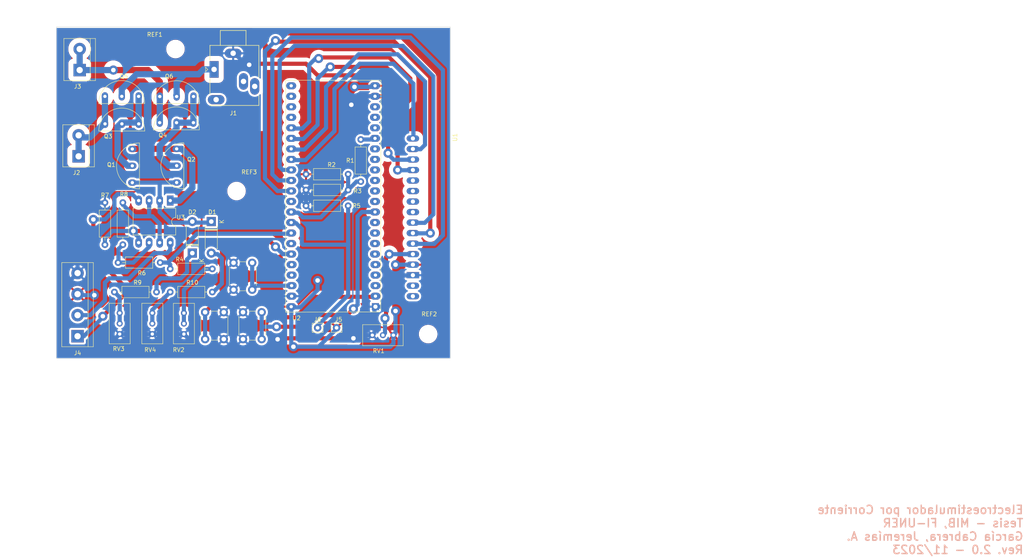
<source format=kicad_pcb>
(kicad_pcb (version 20240108) (generator "pcbnew") (generator_version "8.0")
  (title_block (title "Electroestimulador_p_corriente") (date "20/10/2022") (rev "1") (company "FaCENA-UNNE") (comment 1 "Dispositivo para relevamiento de umbrales de sensibilidad tactil.") (comment 2 "Tesis MIB: García Cabrera, Jeremías A."))
  (layers (0 "F.Cu" signal) (31 "B.Cu" signal) (34 "B.Paste" user) (35 "F.Paste" user) (36 "B.SilkS" user "B.Silkscreen") (37 "F.SilkS" user "F.Silkscreen") (38 "B.Mask" user) (39 "F.Mask" user) (44 "Edge.Cuts" user))
  (net 0 "")
  (net 1 "Net-(D1-K)")
  (net 2 "Net-(D1-A)")
  (net 3 "Net-(D2-K)")
  (net 4 "/Control_y_salida/Iout")
  (net 5 "GND")
  (net 6 "+5V")
  (net 7 "-12V")
  (net 8 "+12V")
  (net 9 "VEE")
  (net 10 "VCC")
  (net 11 "Net-(Q1-C)")
  (net 12 "Net-(Q1-B)")
  (net 13 "/Control_y_salida/IDAC_Neg")
  (net 14 "Net-(R4-Pad1)")
  (net 15 "/Control_y_salida/IDAC_Pos")
  (net 16 "Net-(Q2-C)")
  (net 17 "/Control_y_salida/Vo(Comp)")
  (net 18 "Net-(R9-Pad1)")
  (net 19 "Net-(U3B--)")
  (net 20 "/Control_y_salida/But_Dec")
  (net 21 "/Control_y_salida/But_Inc")
  (net 22 "/Control_y_salida/LCD_RS")
  (net 23 "/Control_y_salida/LCD_R{slash}W")
  (net 24 "/Control_y_salida/LCD_E")
  (net 25 "Net-(U3A-+)")
  (net 26 "Net-(U1-VO)")
  (net 29 "/Control_y_salida/LCD_D4")
  (net 30 "/Control_y_salida/LCD_D5")
  (net 31 "/Control_y_salida/LCD_D6")
  (net 32 "/Control_y_salida/LCD_D7")
  (net 42 "/Control_y_salida/Vi_Inv")
  (net 49 "/Control_y_salida/Vi_NoInv")
  (net 56 "/Control_y_salida/But_Acept")
  (net 62 "Net-(R10-Pad1)")
  (footprint "Resistor_THT:R_Axial_DIN0207_L6.3mm_D2.5mm_P10.16mm_Horizontal" (layer "F.Cu") (at 113.03 68.326 180)
    (property "Reference" "R2")
    (property "Value" "10k")
  )
  (footprint "Potentiometer_THT:Potentiometer_Bourns_3296W_Vertical" (layer "F.Cu") (at 123.952 107.188)
    (property "Reference" "RV1")
    (property "Value" "5k")
  )
  (footprint "MountingHole:MountingHole_3.7mm" (layer "F.Cu") (at 71.374 38.1)
    (property "Reference" "REF1")
    (property "Value" "MountingHole_3.7mm" (hide yes))
  )
  (footprint "Button_Switch_THT:SW_PUSH_6mm_H7.3mm" (layer "F.Cu") (at 83.022 101.652 -90)
    (property "Reference" "SW2" (hide yes))
    (property "Value" "Inc")
  )
  (footprint "MountingHole:MountingHole_3.7mm" (layer "F.Cu") (at 86.106 72.39)
    (property "Reference" "REF3")
    (property "Value" "MountingHole_3.7mm" (hide yes))
  )
  (footprint "Resistor_THT:R_Axial_DIN0207_L6.3mm_D2.5mm_P10.16mm_Horizontal" (layer "F.Cu") (at 70.104 96.774)
    (property "Reference" "R10")
    (property "Value" "2k")
  )
  (footprint "Diode_THT:D_DO-41_SOD81_P7.62mm_Horizontal" (layer "F.Cu") (at 80.01 79.756 -90)
    (property "Reference" "D1")
    (property "Value" "1N4148")
  )
  (footprint "Proyecto_MIB:BF42X" (layer "F.Cu") (at 71.628 58.42)
    (property "Reference" "Q4")
    (property "Value" "BF420")
  )
  (footprint "Resistor_THT:R_Axial_DIN0207_L6.3mm_D2.5mm_P10.16mm_Horizontal" (layer "F.Cu") (at 116.078 70.104 90)
    (property "Reference" "R1")
    (property "Value" "20k")
  )
  (footprint "Button_Switch_THT:SW_PUSH_6mm_H7.3mm" (layer "F.Cu") (at 85.38 96.214 90)
    (property "Reference" "SW3" (hide yes))
    (property "Value" "Acept")
  )
  (footprint "TerminalBlock:TerminalBlock_bornier-2_P5.08mm" (layer "F.Cu") (at 48.26 43.18 90)
    (property "Reference" "J3")
    (property "Value" "Screw_Terminal_01x02" (hide yes))
  )
  (footprint "Connector_Pin:Pin_D0.9mm_L10.0mm_W2.4mm_FlatFork" (layer "F.Cu") (at 110.236 105.41)
    (property "Reference" "J5")
    (property "Value" "FSR_b")
  )
  (footprint "Proyecto_MIB:LCD_pinsonly" (layer "F.Cu") (at 132.334 78.994 90)
    (property "Reference" "U1")
    (property "Value" "LCD-016N002L")
  )
  (footprint "Resistor_THT:R_Axial_DIN0207_L6.3mm_D2.5mm_P10.16mm_Horizontal" (layer "F.Cu") (at 58.674 85.344 90)
    (property "Reference" "R8")
    (property "Value" "47k")
  )
  (footprint "MountingHole:MountingHole_3.7mm" (layer "F.Cu") (at 132.334 106.934)
    (property "Reference" "REF2")
    (property "Value" "MountingHole_3.7mm" (hide yes))
  )
  (footprint "Potentiometer_THT:Potentiometer_Bourns_3296W_Vertical" (layer "F.Cu") (at 57.912 101.844 90)
    (property "Reference" "RV3")
    (property "Value" "50k")
  )
  (footprint "TerminalBlock:TerminalBlock_bornier-2_P5.08mm" (layer "F.Cu") (at 48.006 64.008 90)
    (property "Reference" "J2")
    (property "Value" "Screw_Terminal_01x02" (hide yes))
  )
  (footprint "Resistor_THT:R_Axial_DIN0207_L6.3mm_D2.5mm_P10.16mm_Horizontal" (layer "F.Cu") (at 80.264 91.186 180)
    (property "Reference" "R4")
    (property "Value" "10k")
  )
  (footprint "Resistor_THT:R_Axial_DIN0207_L6.3mm_D2.5mm_P10.16mm_Horizontal" (layer "F.Cu") (at 102.87 72.136)
    (property "Reference" "R3")
    (property "Value" "10k")
  )
  (footprint "Button_Switch_THT:SW_PUSH_6mm_H7.3mm" (layer "F.Cu") (at 87.666 108.152 90)
    (property "Reference" "SW1" (hide yes))
    (property "Value" "Decr")
  )
  (footprint "Proyecto_MIB:BF42X" (layer "F.Cu") (at 58.42 52.07)
    (property "Reference" "Q5")
    (property "Value" "BF421")
  )
  (footprint "Proyecto_MIB:BF42X" (layer "F.Cu") (at 63.5 66.294 90)
    (property "Reference" "Q1")
    (property "Value" "BF420")
  )
  (footprint "Resistor_THT:R_Axial_DIN0207_L6.3mm_D2.5mm_P10.16mm_Horizontal" (layer "F.Cu") (at 67.684 89.662 180)
    (property "Reference" "R6")
    (property "Value" "20k")
  )
  (footprint "Proyecto_MIB:BF42X" (layer "F.Cu") (at 71.6534 52.102029)
    (property "Reference" "Q6")
    (property "Value" "BF420")
  )
  (footprint "Resistor_THT:R_Axial_DIN0207_L6.3mm_D2.5mm_P10.16mm_Horizontal" (layer "F.Cu") (at 102.87 75.946)
    (property "Reference" "R5")
    (property "Value" "10k")
  )
  (footprint "Diode_THT:D_DO-41_SOD81_P7.62mm_Horizontal" (layer "F.Cu") (at 75.438 87.376 90)
    (property "Reference" "D2")
    (property "Value" "1N4148")
  )
  (footprint "Proyecto_MIB:BF42X" (layer "F.Cu") (at 58.4454 58.706029)
    (property "Reference" "Q3")
    (property "Value" "BF421")
  )
  (footprint "Proyecto_MIB:PinSocket_2x22_P2.54mm_Vertical_3" (layer "F.Cu") (at 117.074 100.31 180)
    (property "Reference" "U2")
    (property "Value" "PSoC4_kit049_(CY8C4245AXI-483)")
  )
  (footprint "TerminalBlock:TerminalBlock_bornier-4_P5.08mm" (layer "F.Cu") (at 47.752 107.442 90)
    (property "Reference" "J4")
    (property "Value" "Screw_Terminal_01x04")
  )
  (footprint "Potentiometer_THT:Potentiometer_Bourns_3296W_Vertical" (layer "F.Cu") (at 73.406 101.854 90)
    (property "Reference" "RV2")
    (property "Value" "2k")
  )
  (footprint "Potentiometer_THT:Potentiometer_Bourns_3296W_Vertical" (layer "F.Cu") (at 65.786 101.844 90)
    (property "Reference" "RV4")
    (property "Value" "10k")
  )
  (footprint "Package_DIP:DIP-8_W10.16mm_LongPads" (layer "F.Cu") (at 70.104 74.691 -90)
    (property "Reference" "U3")
    (property "Value" "TL082")
  )
  (footprint "Proyecto_MIB:BF42X" (layer "F.Cu") (at 74.200029 66.2686 90)
    (property "Reference" "Q2")
    (property "Value" "BF421")
  )
  (footprint "Connector_Audio:Jack_3.5mm_Ledino_KB3SPRS_Horizontal" (layer "F.Cu") (at 80.6865 43.022 -90)
    (property "Reference" "J1")
    (property "Value" "AudioJack2")
  )
  (footprint "Resistor_THT:R_Axial_DIN0207_L6.3mm_D2.5mm_P10.16mm_Horizontal" (layer "F.Cu") (at 56.642 96.774)
    (property "Reference" "R9")
    (property "Value" "10k")
  )
  (footprint "Connector_Pin:Pin_D0.9mm_L10.0mm_W2.4mm_FlatFork" (layer "F.Cu") (at 105.664 105.41)
    (property "Reference" "J6")
    (property "Value" "FSR_a")
  )
  (footprint "Resistor_THT:R_Axial_DIN0207_L6.3mm_D2.5mm_P10.16mm_Horizontal" (layer "F.Cu") (at 54.356 85.344 90)
    (property "Reference" "R7")
    (property "Value" "6k8" (hide yes))
  )
  (gr_rect (start 42.668 32.766) (end 137.668 112.766) (stroke (width 0.1)) (fill none) (layer "Edge.Cuts"))
  (gr_text "Electroestimulador por Corriente\nTesis - MIB, FI-UNER\nGarcía Cabrera, Jeremías A.\nRev. 2.0 - 11/2023" (at 276.098 154.178 0) (layer "B.SilkS") (effects (font (size 2 2) (thickness 0.35)) (justify left mirror)))
  (segment (start 67.564 77.47) (end 70.104 80.01) (width 1) (layer "B.Cu") (net 1))
  (segment (start 67.564 74.691) (end 67.564 70.612) (width 1) (layer "B.Cu") (net 1))
  (segment (start 67.564 70.612) (end 67.818 70.358) (width 1) (layer "B.Cu") (net 1))
  (segment (start 67.564 70.612) (end 67.8434 70.3326) (width 1) (layer "B.Cu") (net 1))
  (segment (start 67.564 74.691) (end 67.564 77.47) (width 1) (layer "B.Cu") (net 1))
  (segment (start 67.818 70.358) (end 60.96 70.358) (width 1) (layer "B.Cu") (net 1))
  (segment (start 80.01 80.01) (end 75.438 80.01) (width 1) (layer "B.Cu") (net 1))
  (segment (start 70.104 80.01) (end 75.438 80.01) (width 1) (layer "B.Cu") (net 1))
  (segment (start 67.8434 70.3326) (end 71.660029 70.3326) (width 1) (layer "B.Cu") (net 1))
  (segment (start 80.518 96.774) (end 80.264 96.774) (width 1) (layer "B.Cu") (net 2))
  (segment (start 81.534 87.63) (end 82.55 88.646) (width 1) (layer "B.Cu") (net 2))
  (segment (start 82.55 88.646) (end 82.55 94.742) (width 1) (layer "B.Cu") (net 2))
  (segment (start 82.55 94.742) (end 80.518 96.774) (width 1) (layer "B.Cu") (net 2))
  (segment (start 80.01 87.63) (end 81.534 87.63) (width 1) (layer "B.Cu") (net 2))
  (segment (start 66.802 94.488) (end 67.818 93.472) (width 1) (layer "B.Cu") (net 3))
  (segment (start 67.818 93.472) (end 72.644 93.472) (width 1) (layer "B.Cu") (net 3))
  (segment (start 72.644 93.472) (end 74.168 91.948) (width 1) (layer "B.Cu") (net 3))
  (segment (start 66.802 96.774) (end 66.802 94.488) (width 1) (layer "B.Cu") (net 3))
  (segment (start 74.168 91.948) (end 74.168 88.9) (width 1) (layer "B.Cu") (net 3))
  (segment (start 74.168 88.9) (end 75.438 87.63) (width 1) (layer "B.Cu") (net 3))
  (segment (start 76.962 44.1865) (end 78.136 43.0125) (width 1.5) (layer "B.Cu") (net 4))
  (segment (start 71.6026 49.3146) (end 71.564 49.276) (width 1.5) (layer "B.Cu") (net 4))
  (segment (start 61.9855 44.1865) (end 64.008 44.1865) (width 1.5) (layer "B.Cu") (net 4))
  (segment (start 71.6534 46.2026) (end 73.6695 44.1865) (width 1.5) (layer "B.Cu") (net 4))
  (segment (start 58.42 47.752) (end 61.9855 44.1865) (width 1.5) (layer "B.Cu") (net 4))
  (segment (start 64.008 44.1865) (end 76.962 44.1865) (width 1.5) (layer "B.Cu") (net 4))
  (segment (start 58.42 49.53) (end 58.42 47.752) (width 1.5) (layer "B.Cu") (net 4))
  (segment (start 78.136 43.0125) (end 80.1785 43.0125) (width 1.5) (layer "B.Cu") (net 4))
  (segment (start 71.6534 49.562029) (end 71.6534 46.2026) (width 1.5) (layer "B.Cu") (net 4))
  (segment (start 73.6695 44.1865) (end 76.962 44.1865) (width 1.5) (layer "B.Cu") (net 4))
  (segment (start 102.87 41.656) (end 105.664 44.45) (width 1) (layer "F.Cu") (net 5))
  (segment (start 115.844 49.51) (end 113.792 51.562) (width 1) (layer "F.Cu") (net 5))
  (segment (start 114.554 107.95) (end 96.2445 107.95) (width 1) (layer "F.Cu") (net 5))
  (segment (start 105.664 44.45) (end 121.285 44.45) (width 1) (layer "F.Cu") (net 5))
  (segment (start 123.698 48.768) (end 122.956 49.51) (width 1) (layer "F.Cu") (net 5))
  (segment (start 89.408 41.656) (end 102.87 41.656) (width 1) (layer "F.Cu") (net 5))
  (segment (start 122.956 49.51) (end 115.844 49.51) (width 1) (layer "F.Cu") (net 5))
  (segment (start 96.2445 107.95) (end 96.012 108.1825) (width 1) (layer "F.Cu") (net 5))
  (segment (start 89.154 41.91) (end 89.408 41.656) (width 1) (layer "F.Cu") (net 5))
  (segment (start 121.285 44.45) (end 123.698 46.863) (width 1) (layer "F.Cu") (net 5))
  (segment (start 123.698 46.863) (end 123.698 48.768) (width 1) (layer "F.Cu") (net 5))
  (via (at 113.792 51.562) (size 2.2) (drill 1.1) (layers "F.Cu" "B.Cu") (net 5))
  (via (at 96.012 108.1825) (size 2.2) (drill 1.1) (layers "F.Cu" "B.Cu") (net 5))
  (via (at 89.154 41.91) (size 2.2) (drill 1.1) (layers "F.Cu" "B.Cu") (net 5))
  (via (at 114.3 107.95) (size 2.2) (drill 1.1) (layers "F.Cu" "B.Cu") (net 5))
  (segment (start 124.968 93.472) (end 125.6726 92.7674) (width 1) (layer "B.Cu") (net 5))
  (segment (start 51.816 75.184) (end 47.752 79.248) (width 1) (layer "B.Cu") (net 5))
  (segment (start 121.178 100.31) (end 124.968 96.52) (width 1) (layer "B.Cu") (net 5))
  (segment (start 96.012 108.1825) (end 93.628975 110.565525) (width 1) (layer "B.Cu") (net 5))
  (segment (start 102.87 75.946) (end 102.87 72.136) (width 1) (layer "B.Cu") (net 5))
  (segment (start 65.786 106.924) (end 57.912 106.924) (width 1) (layer "B.Cu") (net 5))
  (segment (start 88.414 41.91) (end 85.626 39.122) (width 1) (layer "B.Cu") (net 5))
  (segment (start 119.614 49.51) (end 115.844 49.51) (width 1) (layer "B.Cu") (net 5))
  (segment (start 53.584 111.252) (end 57.912 106.924) (width 1) (layer "B.Cu") (net 5))
  (segment (start 119.38 100.544) (end 119.614 100.31) (width 1) (layer "B.Cu") (net 5))
  (segment (start 118.872 107.188) (end 119.38 106.68) (width 1) (layer "B.Cu") (net 5))
  (segment (start 111.252 59.69) (end 104.902 66.04) (width 1) (layer "B.Cu") (net 5))
  (segment (start 65.796 106.934) (end 65.786 106.924) (width 1) (layer "B.Cu") (net 5))
  (segment (start 125.6726 92.7674) (end 128.6444 92.7674) (width 1) (layer "B.Cu") (net 5))
  (segment (start 73.406 106.934) (end 65.796 106.934) (width 1) (layer "B.Cu") (net 5))
  (segment (start 119.614 100.31) (end 121.178 100.31) (width 1) (layer "B.Cu") (net 5))
  (segment (start 77.037525 110.565525) (end 73.406 106.934) (width 1) (layer "B.Cu") (net 5))
  (segment (start 115.316 107.188) (end 118.872 107.188) (width 1) (layer "B.Cu") (net 5))
  (segment (start 89.154 41.91) (end 88.414 41.91) (width 1) (layer "B.Cu") (net 5))
  (segment (start 119.38 106.68) (end 119.38 100.544) (width 1) (layer "B.Cu") (net 5))
  (segment (start 113.538 51.816) (end 113.538 57.396738) (width 1) (layer "B.Cu") (net 5))
  (segment (start 115.844 49.51) (end 113.538 51.816) (width 1) (layer "B.Cu") (net 5))
  (segment (start 44.704 95.25) (end 44.704 109.474) (width 1) (layer "B.Cu") (net 5))
  (segment (start 46.482 111.252) (end 53.584 111.252) (width 1) (layer "B.Cu") (net 5))
  (segment (start 111.252 59.682738) (end 111.252 59.69) (width 1) (layer "B.Cu") (net 5))
  (segment (start 93.628975 110.565525) (end 77.037525 110.565525) (width 1) (layer "B.Cu") (net 5))
  (segment (start 124.968 96.52) (end 124.968 93.472) (width 1) (layer "B.Cu") (net 5))
  (segment (start 114.554 107.95) (end 115.316 107.188) (width 1) (layer "B.Cu") (net 5))
  (segment (start 54.356 75.184) (end 51.816 75.184) (width 1) (layer "B.Cu") (net 5))
  (segment (start 47.752 79.248) (end 47.752 92.202) (width 1) (layer "B.Cu") (net 5))
  (segment (start 47.752 92.202) (end 44.704 95.25) (width 1) (layer "B.Cu") (net 5))
  (segment (start 104.902 70.358) (end 103.124 72.136) (width 1) (layer "B.Cu") (net 5))
  (segment (start 103.124 72.136) (end 102.87 72.136) (width 1) (layer "B.Cu") (net 5))
  (segment (start 44.704 109.474) (end 46.482 111.252) (width 1) (layer "B.Cu") (net 5))
  (segment (start 104.902 66.04) (end 104.902 70.358) (width 1) (layer "B.Cu") (net 5))
  (segment (start 113.538 57.396738) (end 111.252 59.682738) (width 1) (layer "B.Cu") (net 5))
  (segment (start 56.388 110.49) (end 99.314 110.49) (width 1) (layer "F.Cu") (net 6))
  (segment (start 102.798 68.254) (end 102.798 66.112) (width 1) (layer "F.Cu") (net 6))
  (segment (start 102.798 66.112) (end 104.72 66.112) (width 1) (layer "F.Cu") (net 6))
  (segment (start 106.68 47.244) (end 114.3 47.244) (width 1) (layer "F.Cu") (net 6))
  (segment (start 51.562 105.664) (end 56.388 110.49) (width 1) (layer "F.Cu") (net 6))
  (segment (start 51.562 97.7685) (end 51.562 105.664) (width 1) (layer "F.Cu") (net 6))
  (segment (start 102.798 66.112) (end 102.798 51.126) (width 1) (layer "F.Cu") (net 6))
  (segment (start 102.798 51.126) (end 106.68 47.244) (width 1) (layer "F.Cu") (net 6))
  (segment (start 51.7945 97.536) (end 51.562 97.7685) (width 1) (layer "F.Cu") (net 6))
  (segment (start 105.664 67.056) (end 105.664 93.98) (width 1) (layer "F.Cu") (net 6))
  (segment (start 104.72 66.112) (end 105.664 67.056) (width 1) (layer "F.Cu") (net 6))
  (segment (start 124.46 101.346) (end 124.46 90.17) (width 1) (layer "F.Cu") (net 6))
  (segment (start 102.87 68.326) (end 102.798 68.254) (width 1) (layer "F.Cu") (net 6))
  (segment (start 99.314 110.49) (end 99.822 109.982) (width 1) (layer "F.Cu") (net 6))
  (via (at 114.554 47.244) (size 2.2) (drill 1.1) (layers "F.Cu" "B.Cu") (net 6))
  (via (at 105.664 93.98) (size 2.2) (drill 1.1) (layers "F.Cu" "B.Cu") (net 6))
  (via (at 124.46 101.346) (size 2.2) (drill 1.1) (layers "F.Cu" "B.Cu") (net 6))
  (via (at 99.822 109.982) (size 2.2) (drill 1.1) (layers "F.Cu" "B.Cu") (net 6))
  (via (at 124.46 90.17) (size 2.2) (drill 1.1) (layers "F.Cu" "B.Cu") (net 6))
  (via (at 51.7945 97.536) (size 2.2) (drill 1.1) (layers "F.Cu" "B.Cu") (net 6))
  (segment (start 124.46 90.17) (end 127.254 90.17) (width 1) (layer "B.Cu") (net 6))
  (segment (start 99.314 100.474) (end 99.314 109.728) (width 1) (layer "B.Cu") (net 6))
  (segment (start 105.664 93.98) (end 105.664 96.266) (width 1) (layer "B.Cu") (net 6))
  (segment (start 105.918 109.982) (end 123.19 109.982) (width 1) (layer "B.Cu") (net 6))
  (segment (start 99.568 109.982) (end 105.918 109.982) (width 1) (layer "B.Cu") (net 6))
  (segment (start 119.34 47.244) (end 119.614 46.97) (width 1) (layer "B.Cu") (net 6))
  (segment (start 123.952 107.188) (end 124.46 106.68) (width 1) (layer "B.Cu") (net 6))
  (segment (start 124.46 106.68) (end 124.46 101.346) (width 1) (layer "B.Cu") (net 6))
  (segment (start 123.19 109.982) (end 123.952 109.22) (width 1) (layer "B.Cu") (net 6))
  (segment (start 127.3114 90.2274) (end 128.6444 90.2274) (width 1) (layer "B.Cu") (net 6))
  (segment (start 48.006 97.536) (end 47.752 97.282) (width 1) (layer "B.Cu") (net 6))
  (segment (start 110.236 105.664) (end 110.236 105.41) (width 1) (layer "B.Cu") (net 6))
  (segment (start 123.952 109.22) (end 123.952 107.188) (width 1) (layer "B.Cu") (net 6))
  (segment (start 127.254 90.17) (end 127.3114 90.2274) (width 1) (layer "B.Cu") (net 6))
  (segment (start 105.918 109.982) (end 110.236 105.664) (width 1) (layer "B.Cu") (net 6))
  (segment (start 101.49 100.44) (end 101.49 100.474) (width 1) (layer "B.Cu") (net 6))
  (segment (start 99.314 109.728) (end 99.568 109.982) (width 1) (layer "B.Cu") (net 6))
  (segment (start 101.49 100.474) (end 99.314 100.474) (width 1) (layer "B.Cu") (net 6))
  (segment (start 51.7945 97.536) (end 48.006 97.536) (width 1) (layer "B.Cu") (net 6))
  (segment (start 105.664 96.266) (end 101.49 100.44) (width 1) (layer "B.Cu") (net 6))
  (segment (start 114.3 47.244) (end 119.34 47.244) (width 1) (layer "B.Cu") (net 6))
  (segment (start 59.182 95.504) (end 51.562 87.884) (width 1) (layer "F.Cu") (net 7))
  (segment (start 53.848 102.616) (end 59.182 97.282) (width 1) (layer "F.Cu") (net 7))
  (segment (start 59.182 97.282) (end 59.182 95.504) (width 1) (layer "F.Cu") (net 7))
  (segment (start 51.562 87.884) (end 51.562 79.248) (width 1) (layer "F.Cu") (net 7))
  (via (at 51.562 79.248) (size 2.2) (drill 1.1) (layers "F.Cu" "B.Cu") (net 7))
  (via (at 53.848 102.616) (size 2.2) (drill 1.1) (layers "F.Cu" "B.Cu") (net 7))
  (segment (start 56.642 76.962) (end 56.642 73.914) (width 1) (layer "B.Cu") (net 7))
  (segment (start 53.848 102.616) (end 53.848 102.87) (width 1) (layer "B.Cu") (net 7))
  (segment (start 60.945 73.152) (end 62.484 74.691) (width 1) (layer "B.Cu") (net 7))
  (segment (start 49.276 107.442) (end 47.752 107.442) (width 1) (layer "B.Cu") (net 7))
  (segment (start 53.848 102.87) (end 49.276 107.442) (width 1) (layer "B.Cu") (net 7))
  (segment (start 57.404 73.152) (end 60.945 73.152) (width 1) (layer "B.Cu") (net 7))
  (segment (start 51.562 79.248) (end 54.356 79.248) (width 1) (layer "B.Cu") (net 7))
  (segment (start 56.642 73.914) (end 57.404 73.152) (width 1) (layer "B.Cu") (net 7))
  (segment (start 54.356 79.248) (end 56.642 76.962) (width 1) (layer "B.Cu") (net 7))
  (segment (start 50.8 102.362) (end 47.752 102.362) (width 1) (layer "B.Cu") (net 8))
  (segment (start 70.104 84.851) (end 70.104 86.614) (width 1) (layer "B.Cu") (net 8))
  (segment (start 54.356 98.806) (end 50.8 102.362) (width 1) (layer "B.Cu") (net 8))
  (segment (start 54.356 94.488) (end 54.356 98.806) (width 1) (layer "B.Cu") (net 8))
  (segment (start 69.342 87.376) (end 66.294 87.376) (width 1) (layer "B.Cu") (net 8))
  (segment (start 55.372 93.472) (end 54.356 94.488) (width 1) (layer "B.Cu") (net 8))
  (segment (start 70.104 86.614) (end 69.342 87.376) (width 1) (layer "B.Cu") (net 8))
  (segment (start 60.198 93.472) (end 55.372 93.472) (width 1) (layer "B.Cu") (net 8))
  (segment (start 66.294 87.376) (end 60.198 93.472) (width 1) (layer "B.Cu") (net 8))
  (segment (start 67.564 45.974) (end 67.564 49.53) (width 1.5) (layer "F.Cu") (net 9))
  (segment (start 64.77 43.18) (end 67.564 45.974) (width 1.5) (layer "F.Cu") (net 9))
  (segment (start 56.388 43.18) (end 64.77 43.18) (width 1.5) (layer "F.Cu") (net 9))
  (via (at 56.388 43.18) (size 2.2) (drill 1.1) (layers "F.Cu" "B.Cu") (net 9))
  (segment (start 67.5894 55.658029) (end 67.5894 49.5554) (width 1.5) (layer "B.Cu") (net 9))
  (segment (start 48.26 43.18) (end 56.388 43.18) (width 1.5) (layer "B.Cu") (net 9))
  (segment (start 48.26 43.18) (end 48.26 38.1) (width 1.5) (layer "B.Cu") (net 9))
  (segment (start 67.564 55.822571) (end 67.5386 55.847971) (width 1.5) (layer "B.Cu") (net 9))
  (segment (start 67.5894 49.5554) (end 67.564 49.53) (width 1.5) (layer "B.Cu") (net 9))
  (segment (start 48.006 58.928) (end 48.006 64.008) (width 1.5) (layer "B.Cu") (net 10))
  (segment (start 54.356 49.53) (end 54.356 55.822571) (width 1.5) (layer "B.Cu") (net 10))
  (segment (start 50.742571 59.436) (end 48.514 59.436) (width 1.5) (layer "B.Cu") (net 10))
  (segment (start 54.356 55.822571) (end 54.3306 55.847971) (width 1) (layer "B.Cu") (net 10))
  (segment (start 48.514 59.436) (end 48.006 58.928) (width 1.5) (layer "B.Cu") (net 10))
  (segment (start 54.3306 55.847971) (end 50.742571 59.436) (width 1.5) (layer "B.Cu") (net 10))
  (segment (start 59.817 66.294) (end 60.96 66.294) (width 1.5) (layer "B.Cu") (net 11))
  (segment (start 58.3946 55.847971) (end 57.404 56.838571) (width 1.5) (layer "B.Cu") (net 11))
  (segment (start 57.404 63.881) (end 59.817 66.294) (width 1.5) (layer "B.Cu") (net 11))
  (segment (start 57.404 56.838571) (end 57.404 63.881) (width 1.5) (layer "B.Cu") (net 11))
  (segment (start 62.4586 55.847971) (end 58.3946 55.847971) (width 1.5) (layer "B.Cu") (net 11))
  (segment (start 62.484 55.822571) (end 62.4586 55.847971) (width 1.5) (layer "B.Cu") (net 11))
  (segment (start 62.484 49.53) (end 62.484 55.822571) (width 1.5) (layer "B.Cu") (net 11))
  (segment (start 60.9854 62.2046) (end 60.96 62.23) (width 1.5) (layer "F.Cu") (net 12))
  (segment (start 71.660029 62.2046) (end 60.9854 62.2046) (width 1.5) (layer "F.Cu") (net 12))
  (segment (start 72.8726 62.2046) (end 71.660029 62.2046) (width 1.5) (layer "B.Cu") (net 12))
  (segment (start 72.375 74.691) (end 75.438 71.628) (width 1.5) (layer "B.Cu") (net 12))
  (segment (start 70.104 74.691) (end 72.375 74.691) (width 1.5) (layer "B.Cu") (net 12))
  (segment (start 75.438 71.628) (end 75.438 64.77) (width 1.5) (layer "B.Cu") (net 12))
  (segment (start 75.438 64.77) (end 72.8726 62.2046) (width 1.5) (layer "B.Cu") (net 12))
  (segment (start 69.596 89.662) (end 76.564 82.694) (width 1) (layer "B.Cu") (net 13))
  (segment (start 69.596 89.662) (end 70.104 90.17) (width 1) (layer "B.Cu") (net 13))
  (segment (start 99.13 82.694) (end 99.294 82.53) (width 1) (layer "B.Cu") (net 13))
  (segment (start 70.104 90.17) (end 70.104 91.186) (width 1) (layer "B.Cu") (net 13))
  (segment (start 76.564 82.694) (end 99.13 82.694) (width 1) (layer "B.Cu") (net 13))
  (segment (start 67.684 89.662) (end 69.596 89.662) (width 1) (layer "B.Cu") (net 13))
  (segment (start 73.406 96.266) (end 73.406 101.854) (width 1) (layer "B.Cu") (net 14))
  (segment (start 73.406 104.394) (end 73.406 101.854) (width 1) (layer "B.Cu") (net 14))
  (segment (start 78.486 91.186) (end 73.406 96.266) (width 1) (layer "B.Cu") (net 14))
  (segment (start 80.264 91.186) (end 78.486 91.186) (width 1) (layer "B.Cu") (net 14))
  (segment (start 95.504 85.852) (end 94.234 84.582) (width 1) (layer "F.Cu") (net 15))
  (segment (start 72.39 82.042) (end 60.96 82.042) (width 1) (layer "F.Cu") (net 15))
  (segment (start 94.234 84.582) (end 74.93 84.582) (width 1) (layer "F.Cu") (net 15))
  (segment (start 74.93 84.582) (end 72.39 82.042) (width 1) (layer "F.Cu") (net 15))
  (via (at 61.214 82.042) (size 2.2) (drill 1.1) (layers "F.Cu" "B.Cu") (net 15))
  (via (at 95.504 85.852) (size 2.2) (drill 1.1) (layers "F.Cu" "B.Cu") (net 15))
  (segment (start 95.504 85.852) (end 97.262 87.61) (width 1) (layer "B.Cu") (net 15))
  (segment (start 56.134 82.042) (end 54.356 83.82) (width 1) (layer "B.Cu") (net 15))
  (segment (start 97.262 87.61) (end 99.294 87.61) (width 1) (layer "B.Cu") (net 15))
  (segment (start 62.484 83.566) (end 60.96 82.042) (width 1) (layer "B.Cu") (net 15))
  (segment (start 62.484 84.851) (end 62.484 83.566) (width 1) (layer "B.Cu") (net 15))
  (segment (start 54.356 83.82) (end 54.356 85.344) (width 1) (layer "B.Cu") (net 15))
  (segment (start 60.96 82.042) (end 56.134 82.042) (width 1) (layer "B.Cu") (net 15))
  (segment (start 69.8246 66.2686) (end 67.564 64.008) (width 1.5) (layer "B.Cu") (net 16))
  (segment (start 71.628 57.404) (end 71.628 55.88) (width 1.5) (layer "B.Cu") (net 16))
  (segment (start 67.564 64.008) (end 67.564 63.246) (width 1.5) (layer "B.Cu") (net 16))
  (segment (start 71.660029 66.2686) (end 69.8246 66.2686) (width 1.5) (layer "B.Cu") (net 16))
  (segment (start 67.564 61.468) (end 71.628 57.404) (width 1.5) (layer "B.Cu") (net 16))
  (segment (start 75.628 55.8414) (end 75.6666 55.88) (width 1.5) (layer "B.Cu") (net 16))
  (segment (start 75.692 55.632629) (end 75.7174 55.658029) (width 1.5) (layer "B.Cu") (net 16))
  (segment (start 75.692 49.53) (end 75.692 55.632629) (width 1.5) (layer "B.Cu") (net 16))
  (segment (start 71.628 55.88) (end 75.692 55.88) (width 1.5) (layer "B.Cu") (net 16))
  (segment (start 67.564 63.246) (end 67.564 61.468) (width 1.5) (layer "B.Cu") (net 16))
  (segment (start 116.078 59.944) (end 119.34 59.944) (width 1) (layer "B.Cu") (net 17))
  (segment (start 119.34 59.944) (end 119.614 59.67) (width 1) (layer "B.Cu") (net 17))
  (segment (start 57.912 98.044) (end 56.642 96.774) (width 1) (layer "B.Cu") (net 18))
  (segment (start 57.912 104.384) (end 57.912 101.844) (width 1) (layer "B.Cu") (net 18))
  (segment (start 57.912 101.844) (end 57.912 98.044) (width 1) (layer "B.Cu") (net 18))
  (segment (start 65.024 84.851) (end 65.024 85.852) (width 1) (layer "B.Cu") (net 19))
  (segment (start 57.62 86.398) (end 57.62 89.566) (width 1) (layer "B.Cu") (net 19))
  (segment (start 57.62 89.566) (end 57.524 89.662) (width 1) (layer "B.Cu") (net 19))
  (segment (start 61.214 89.662) (end 57.524 89.662) (width 1) (layer "B.Cu") (net 19))
  (segment (start 65.024 85.852) (end 61.214 89.662) (width 1) (layer "B.Cu") (net 19))
  (segment (start 58.674 85.344) (end 57.62 86.398) (width 1) (layer "B.Cu") (net 19))
  (segment (start 114.3 100.838) (end 112.776 102.362) (width 1) (layer "F.Cu") (net 20))
  (segment (start 112.522 102.362) (end 103.632 102.362) (width 1) (layer "F.Cu") (net 20))
  (segment (start 100.838 105.156) (end 95.758 105.156) (width 1) (layer "F.Cu") (net 20))
  (segment (start 103.632 102.362) (end 100.838 105.156) (width 1) (layer "F.Cu") (net 20))
  (via (at 95.758 105.156) (size 2.2) (drill 1.1) (layers "F.Cu" "B.Cu") (net 20))
  (via (at 114.3 100.838) (size 2.2) (drill 1.1) (layers "F.Cu" "B.Cu") (net 20))
  (segment (start 115.316 99.822) (end 115.316 78.486) (width 1) (layer "B.Cu") (net 20))
  (segment (start 115.316 78.486) (end 116.352 77.45) (width 1) (layer "B.Cu") (net 20))
  (segment (start 116.352 77.45) (end 119.614 77.45) (width 1) (layer "B.Cu") (net 20))
  (segment (start 92.202 105.156) (end 92.166 105.192) (width 1) (layer "B.Cu") (net 20))
  (segment (start 114.3 100.838) (end 115.316 99.822) (width 1) (layer "B.Cu") (net 20))
  (segment (start 95.758 105.156) (end 92.202 105.156) (width 1) (layer "B.Cu") (net 20))
  (segment (start 92.166 101.652) (end 92.166 105.192) (width 1) (layer "B.Cu") (net 20))
  (segment (start 92.166 105.192) (end 92.166 108.152) (width 1) (layer "B.Cu") (net 20))
  (segment (start 119.614 97.77) (end 119.45 97.934) (width 1) (layer "F.Cu") (net 21))
  (segment (start 81.622 98.552) (end 78.522 101.652) (width 1) (layer "F.Cu") (net 21))
  (segment (start 93.218 98.552) (end 81.622 98.552) (width 1) (layer "F.Cu") (net 21))
  (segment (start 97.536 102.87) (end 93.218 98.552) (width 1) (layer "F.Cu") (net 21))
  (segment (start 100.33 102.87) (end 97.536 102.87) (width 1) (layer "F.Cu") (net 21))
  (segment (start 105.266 97.934) (end 100.33 102.87) (width 1) (layer "F.Cu") (net 21))
  (segment (start 119.45 97.934) (end 105.266 97.934) (width 1) (layer "F.Cu") (net 21))
  (segment (start 78.522 108.152) (end 78.522 101.652) (width 1) (layer "B.Cu") (net 21))
  (segment (start 135.89 83.058) (end 133.8006 85.1474) (width 1) (layer "B.Cu") (net 22))
  (segment (start 94.742 39.878) (end 99.314 35.306) (width 1) (layer "B.Cu") (net 22))
  (segment (start 94.742 68.346) (end 94.742 39.878) (width 1) (layer "B.Cu") (net 22))
  (segment (start 133.8006 85.1474) (end 128.6444 85.1474) (width 1) (layer "B.Cu") (net 22))
  (segment (start 135.89 43.18) (end 135.89 83.058) (width 1) (layer "B.Cu") (net 22))
  (segment (start 99.294 69.83) (end 96.226 69.83) (width 1) (layer "B.Cu") (net 22))
  (segment (start 128.016 35.306) (end 135.89 43.18) (width 1) (layer "B.Cu") (net 22))
  (segment (start 96.226 69.83) (end 94.742 68.346) (width 1) (layer "B.Cu") (net 22))
  (segment (start 99.314 35.306) (end 128.016 35.306) (width 1) (layer "B.Cu") (net 22))
  (segment (start 95.758 36.322) (end 95.504 36.068) (width 1) (layer "F.Cu") (net 23))
  (segment (start 124.206 36.322) (end 95.758 36.322) (width 1) (layer "F.Cu") (net 23))
  (segment (start 132.842 44.958) (end 124.206 36.322) (width 1) (layer "F.Cu") (net 23))
  (segment (start 132.842 82.55) (end 132.842 44.958) (width 1) (layer "F.Cu") (net 23))
  (via (at 132.842 82.55) (size 2.2) (drill 1.1) (layers "F.Cu" "B.Cu") (net 23))
  (via (at 95.504 36.068) (size 2.2) (drill 1.1) (layers "F.Cu" "B.Cu") (net 23))
  (segment (start 132.7846 82.6074) (end 128.6444 82.6074) (width 1) (layer "B.Cu") (net 23))
  (segment (start 132.842 82.55) (end 132.7846 82.6074) (width 1) (layer "B.Cu") (net 23))
  (segment (start 92.964 69.342) (end 95.992 72.37) (width 1) (layer "B.Cu") (net 23))
  (segment (start 92.964 38.608) (end 92.964 69.342) (width 1) (layer "B.Cu") (net 23))
  (segment (start 95.504 36.068) (end 92.964 38.608) (width 1) (layer "B.Cu") (net 23))
  (segment (start 95.992 72.37) (end 99.294 72.37) (width 1) (layer "B.Cu") (net 23))
  (segment (start 96.52 66.548) (end 96.52 40.894) (width 1) (layer "B.Cu") (net 24))
  (segment (start 97.262 67.29) (end 96.52 66.548) (width 1) (layer "B.Cu") (net 24))
  (segment (start 133.604 77.978) (end 131.5146 80.0674) (width 1) (layer "B.Cu") (net 24))
  (segment (start 99.294 67.29) (end 97.262 67.29) (width 1) (layer "B.Cu") (net 24))
  (segment (start 131.5146 80.0674) (end 128.6444 80.0674) (width 1) (layer "B.Cu") (net 24))
  (segment (start 100.076 37.338) (end 126.238 37.338) (width 1) (layer "B.Cu") (net 24))
  (segment (start 133.604 44.704) (end 133.604 77.978) (width 1) (layer "B.Cu") (net 24))
  (segment (start 96.52 40.894) (end 100.076 37.338) (width 1) (layer "B.Cu") (net 24))
  (segment (start 126.238 37.338) (end 133.604 44.704) (width 1) (layer "B.Cu") (net 24))
  (segment (start 65.786 78.486) (end 65.024 78.486) (width 1) (layer "B.Cu") (net 25))
  (segment (start 67.564 80.264) (end 65.786 78.486) (width 1) (layer "B.Cu") (net 25))
  (segment (start 67.564 84.851) (end 67.564 80.264) (width 1) (layer "B.Cu") (net 25))
  (segment (start 58.674 75.692) (end 58.674 75.184) (width 1) (layer "B.Cu") (net 25))
  (segment (start 61.468 78.486) (end 58.674 75.692) (width 1) (layer "B.Cu") (net 25))
  (segment (start 65.024 78.486) (end 61.468 78.486) (width 1) (layer "B.Cu") (net 25))
  (segment (start 65.024 78.486) (end 65.024 74.691) (width 1) (layer "B.Cu") (net 25))
  (segment (start 122.174 88.392) (end 122.936 87.63) (width 1) (layer "F.Cu") (net 26))
  (segment (start 121.92 103.124) (end 122.174 102.87) (width 1) (layer "F.Cu") (net 26))
  (segment (start 122.174 102.87) (end 122.174 88.392) (width 1) (layer "F.Cu") (net 26))
  (via (at 121.92 103.124) (size 2.2) (drill 1.1) (layers "F.Cu" "B.Cu") (net 26))
  (via (at 122.936 87.63) (size 2.2) (drill 1.1) (layers "F.Cu" "B.Cu") (net 26))
  (segment (start 121.92 103.124) (end 121.92 106.68) (width 1) (layer "B.Cu") (net 26))
  (segment (start 128.587 87.63) (end 128.6444 87.6874) (width 1) (layer "B.Cu") (net 26))
  (segment (start 122.936 87.63) (end 128.587 87.63) (width 1) (layer "B.Cu") (net 26))
  (segment (start 121.92 106.68) (end 121.412 107.188) (width 1) (layer "B.Cu") (net 26))
  (segment (start 122.936 40.132) (end 106.172 40.132) (width 1) (layer "F.Cu") (net 29))
  (segment (start 124.968 53.34) (end 128.016 50.292) (width 1) (layer "F.Cu") (net 29))
  (segment (start 124.968 67.31) (end 124.968 53.34) (width 1) (layer "F.Cu") (net 29))
  (segment (start 128.016 50.292) (end 128.016 45.212) (width 1) (layer "F.Cu") (net 29))
  (segment (start 128.016 45.212) (end 122.936 40.132) (width 1) (layer "F.Cu") (net 29))
  (segment (start 106.172 40.132) (end 105.918 40.386) (width 1) (layer "F.Cu") (net 29))
  (via (at 105.918 40.386) (size 2.2) (drill 1.1) (layers "F.Cu" "B.Cu") (net 29))
  (via (at 124.968 67.31) (size 2.2) (drill 1.1) (layers "F.Cu" "B.Cu") (net 29))
  (segment (start 103.632 55.626) (end 101.964 57.294) (width 1) (layer "B.Cu") (net 29))
  (segment (start 124.968 67.31) (end 125.0254 67.3674) (width 1) (layer "B.Cu") (net 29))
  (segment (start 99.458 57.294) (end 99.294 57.13) (width 1) (layer "B.Cu") (net 29))
  (segment (start 125.0254 67.3674) (end 128.6444 67.3674) (width 1) (layer "B.Cu") (net 29))
  (segment (start 105.918 40.386) (end 105.156 40.386) (width 1) (layer "B.Cu") (net 29))
  (segment (start 103.632 41.91) (end 103.632 55.626) (width 1) (layer "B.Cu") (net 29))
  (segment (start 101.964 57.294) (end 99.458 57.294) (width 1) (layer "B.Cu") (net 29))
  (segment (start 105.156 40.386) (end 103.632 41.91) (width 1) (layer "B.Cu") (net 29))
  (segment (start 122.174 42.418) (end 108.458 42.418) (width 1) (layer "F.Cu") (net 30))
  (segment (start 125.73 45.974) (end 122.174 42.418) (width 1) (layer "F.Cu") (net 30))
  (segment (start 122.682 63.2245) (end 122.682 52.578) (width 1) (layer "F.Cu") (net 30))
  (segment (start 122.682 52.578) (end 125.73 49.53) (width 1) (layer "F.Cu") (net 30))
  (segment (start 125.73 49.53) (end 125.73 45.974) (width 1) (layer "F.Cu") (net 30))
  (segment (start 122.6605 63.246) (end 122.682 63.2245) (width 1) (layer "F.Cu") (net 30))
  (via (at 122.6605 63.246) (size 2.2) (drill 1.1) (layers "F.Cu" "B.Cu") (net 30))
  (via (at 108.712 42.418) (size 2.2) (drill 1.1) (layers "F.Cu" "B.Cu") (net 30))
  (segment (start 105.664 45.212) (end 105.664 56.388) (width 1) (layer "B.Cu") (net 30))
  (segment (start 105.664 56.388) (end 102.218 59.834) (width 1) (layer "B.Cu") (net 30))
  (segment (start 122.6605 63.4785) (end 124.0094 64.8274) (width 1) (layer "B.Cu") (net 30))
  (segment (start 108.458 42.418) (end 105.664 45.212) (width 1) (layer "B.Cu") (net 30))
  (segment (start 124.0094 64.8274) (end 128.6444 64.8274) (width 1) (layer "B.Cu") (net 30))
  (segment (start 99.458 59.834) (end 99.294 59.67) (width 1) (layer "B.Cu") (net 30))
  (segment (start 102.218 59.834) (end 99.458 59.834) (width 1) (layer "B.Cu") (net 30))
  (segment (start 122.6605 63.246) (end 122.6605 63.4785) (width 1) (layer "B.Cu") (net 30))
  (segment (start 131.572 45.974) (end 131.572 61.214) (width 1) (layer "B.Cu") (net 31))
  (segment (start 115.57 39.37) (end 124.968 39.37) (width 1) (layer "B.Cu") (net 31))
  (segment (start 107.696 47.244) (end 115.57 39.37) (width 1) (layer "B.Cu") (net 31))
  (segment (start 99.294 62.21) (end 99.458 62.374) (width 1) (layer "B.Cu") (net 31))
  (segment (start 102.472 62.374) (end 107.696 57.15) (width 1) (layer "B.Cu") (net 31))
  (segment (start 124.968 39.37) (end 131.572 45.974) (width 1) (layer "B.Cu") (net 31))
  (segment (start 131.572 61.214) (end 130.4986 62.2874) (width 1) (layer "B.Cu") (net 31))
  (segment (start 130.4986 62.2874) (end 128.6444 62.2874) (width 1) (layer "B.Cu") (net 31))
  (segment (start 99.458 62.374) (end 102.472 62.374) (width 1) (layer "B.Cu") (net 31))
  (segment (start 107.696 57.15) (end 107.696 47.244) (width 1) (layer "B.Cu") (net 31))
  (segment (start 115.824 41.656) (end 123.952 41.656) (width 1) (layer "B.Cu") (net 32))
  (segment (start 128.778 59.6138) (end 128.6444 59.7474) (width 1) (layer "B.Cu") (net 32))
  (segment (start 128.778 46.482) (end 128.778 59.6138) (width 1) (layer "B.Cu") (net 32))
  (segment (start 102.726 64.914) (end 109.728 57.912) (width 1) (layer "B.Cu") (net 32))
  (segment (start 109.728 47.752) (end 115.824 41.656) (width 1) (layer "B.Cu") (net 32))
  (segment (start 99.294 64.75) (end 99.458 64.914) (width 1) (layer "B.Cu") (net 32))
  (segment (start 123.952 41.656) (end 128.778 46.482) (width 1) (layer "B.Cu") (net 32))
  (segment (start 109.728 57.912) (end 109.728 47.752) (width 1) (layer "B.Cu") (net 32))
  (segment (start 99.458 64.914) (end 102.726 64.914) (width 1) (layer "B.Cu") (net 32))
  (segment (start 105.664 105.41) (end 105.664 104.902) (width 1) (layer "B.Cu") (net 42))
  (segment (start 105.664 104.902) (end 113.03 97.536) (width 1) (layer "B.Cu") (net 42))
  (segment (start 101.854 81.534) (end 101.854 85.09) (width 1) (layer "B.Cu") (net 42))
  (segment (start 99.204 80.154) (end 100.474 80.154) (width 1) (layer "B.Cu") (net 42))
  (segment (start 113.03 97.536) (end 113.03 85.344) (width 1) (layer "B.Cu") (net 42))
  (segment (start 100.474 80.154) (end 101.854 81.534) (width 1) (layer "B.Cu") (net 42))
  (segment (start 113.03 75.946) (end 113.03 85.344) (width 1) (layer "B.Cu") (net 42))
  (segment (start 102.108 85.344) (end 113.03 85.344) (width 1) (layer "B.Cu") (net 42))
  (segment (start 101.854 85.09) (end 102.108 85.344) (width 1) (layer "B.Cu") (net 42))
  (segment (start 116.078 70.104) (end 115.062 70.104) (width 1) (layer "B.Cu") (net 49))
  (segment (start 99.458 77.614) (end 100.982 77.614) (width 1) (layer "B.Cu") (net 49))
  (segment (start 113.03 72.136) (end 113.03 68.326) (width 1) (layer "B.Cu") (net 49))
  (segment (start 100.982 77.614) (end 102.108 78.74) (width 1) (layer "B.Cu") (net 49))
  (segment (start 115.062 70.104) (end 113.03 72.136) (width 1) (layer "B.Cu") (net 49))
  (segment (start 106.426 78.74) (end 113.03 72.136) (width 1) (layer "B.Cu") (net 49))
  (segment (start 102.108 78.74) (end 106.426 78.74) (width 1) (layer "B.Cu") (net 49))
  (segment (start 99.274 95.25) (end 99.294 95.23) (width 1) (layer "B.Cu") (net 56))
  (segment (start 90.844 95.25) (end 99.274 95.25) (width 1) (layer "B.Cu") (net 56))
  (segment (start 89.88 89.714) (end 89.88 96.214) (width 1) (layer "B.Cu") (net 56))
  (segment (start 89.88 96.214) (end 90.844 95.25) (width 1) (layer "B.Cu") (net 56))
  (segment (start 65.786 104.384) (end 65.786 101.844) (width 1) (layer "B.Cu") (net 62))
  (segment (start 65.786 101.092) (end 70.104 96.774) (width 1) (layer "B.Cu") (net 62))
  (segment (start 65.786 101.844) (end 65.786 101.092) (width 1) (layer "B.Cu") (net 62))
  (zone (net 6) (net_name "+5V") (layer "F.Cu") (connect_pads (clearance 1)) (min_thickness 0.254) (fill yes (thermal_gap 0.508) (thermal_bridge_width 0.508))
    (polygon (pts (xy 137.414 33.274) (xy 137.533948 112.332574) (xy 42.926 112.522) (xy 42.926 72.39) (xy 79.756 72.39) (xy 79.756 57.912) (xy 92.456 57.912) (xy 92.456 33.274)))
  )
  (zone (net 0) (net_name "") (layer "F.Cu") (connect_pads (clearance 1)) (min_thickness 0.254) (fill yes (thermal_gap 0.508) (thermal_bridge_width 0.508))
    (polygon (pts (xy 89.916 33.02) (xy 89.916 56.388) (xy 77.978 56.388) (xy 77.978 70.612) (xy 42.926 70.612) (xy 42.926 33.274)))
  )
  (zone (net 5) (net_name "GND") (layer "B.Cu") (connect_pads (clearance 0.508)) (min_thickness 0.254) (fill yes (thermal_gap 0.508) (thermal_bridge_width 0.508))
    (polygon (pts (xy 137.668 112.776) (xy 42.672 112.776) (xy 42.672 33.02) (xy 137.668 33.02)))
  )
)
</source>
